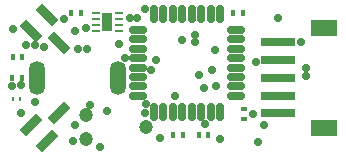
<source format=gts>
G04*
G04 #@! TF.GenerationSoftware,Altium Limited,Altium Designer,21.6.4 (81)*
G04*
G04 Layer_Color=8388736*
%FSLAX44Y44*%
%MOMM*%
G71*
G04*
G04 #@! TF.SameCoordinates,42E99185-249E-4A08-A5EB-3BBFC5BDC6E3*
G04*
G04*
G04 #@! TF.FilePolarity,Negative*
G04*
G01*
G75*
%ADD15R,2.2098X1.3970*%
%ADD16R,2.9972X0.7112*%
%ADD17R,0.4000X0.5000*%
G04:AMPARAMS|DCode=18|XSize=0.7532mm|YSize=2.0032mm|CornerRadius=0mm|HoleSize=0mm|Usage=FLASHONLY|Rotation=45.000|XOffset=0mm|YOffset=0mm|HoleType=Round|Shape=Rectangle|*
%AMROTATEDRECTD18*
4,1,4,0.4419,-0.9745,-0.9745,0.4419,-0.4419,0.9745,0.9745,-0.4419,0.4419,-0.9745,0.0*
%
%ADD18ROTATEDRECTD18*%

%ADD19O,1.5532X0.7532*%
%ADD20O,0.7532X1.5532*%
%ADD21R,0.2500X0.3000*%
G04:AMPARAMS|DCode=22|XSize=0.7532mm|YSize=2.0032mm|CornerRadius=0mm|HoleSize=0mm|Usage=FLASHONLY|Rotation=135.000|XOffset=0mm|YOffset=0mm|HoleType=Round|Shape=Rectangle|*
%AMROTATEDRECTD22*
4,1,4,0.9745,0.4419,-0.4419,-0.9745,-0.9745,-0.4419,0.4419,0.9745,0.9745,0.4419,0.0*
%
%ADD22ROTATEDRECTD22*%

%ADD23R,0.6350X0.2032*%
%ADD24R,0.8890X1.6002*%
%ADD25R,0.5000X0.4000*%
%ADD26C,1.1942*%
G04:AMPARAMS|DCode=27|XSize=1.3502mm|YSize=2.8702mm|CornerRadius=0.6751mm|HoleSize=0mm|Usage=FLASHONLY|Rotation=0.000|XOffset=0mm|YOffset=0mm|HoleType=Round|Shape=RoundedRectangle|*
%AMROUNDEDRECTD27*
21,1,1.3502,1.5200,0,0,0.0*
21,1,0.0000,2.8702,0,0,0.0*
1,1,1.3502,0.0000,-0.7600*
1,1,1.3502,0.0000,-0.7600*
1,1,1.3502,0.0000,0.7600*
1,1,1.3502,0.0000,0.7600*
%
%ADD27ROUNDEDRECTD27*%
%ADD28C,0.7112*%
D15*
X268890Y21000D02*
D03*
Y106000D02*
D03*
D16*
X229870Y33500D02*
D03*
Y48500D02*
D03*
Y63500D02*
D03*
Y78500D02*
D03*
Y93500D02*
D03*
D17*
X199580Y118110D02*
D03*
X191580D02*
D03*
X4700Y63500D02*
D03*
X12700D02*
D03*
X170560Y15240D02*
D03*
X162560D02*
D03*
X62420Y118110D02*
D03*
X54420D02*
D03*
X12890Y81280D02*
D03*
X4890D02*
D03*
X148780Y15240D02*
D03*
X140780D02*
D03*
D18*
X44045Y93115D02*
D03*
X20357Y103368D02*
D03*
X33792Y116803D02*
D03*
D19*
X110900Y104200D02*
D03*
Y96200D02*
D03*
Y88200D02*
D03*
Y80200D02*
D03*
Y72200D02*
D03*
Y64200D02*
D03*
Y56200D02*
D03*
Y48200D02*
D03*
X193900D02*
D03*
Y56200D02*
D03*
Y64200D02*
D03*
Y72200D02*
D03*
Y80200D02*
D03*
Y88200D02*
D03*
Y96200D02*
D03*
Y104200D02*
D03*
D20*
X124400Y34700D02*
D03*
X132400D02*
D03*
X140400D02*
D03*
X148400D02*
D03*
X156400D02*
D03*
X164400D02*
D03*
X172400D02*
D03*
X180400D02*
D03*
Y117700D02*
D03*
X172400D02*
D03*
X164400D02*
D03*
X156400D02*
D03*
X148400D02*
D03*
X140400D02*
D03*
X132400D02*
D03*
X124400D02*
D03*
D21*
X5430Y45720D02*
D03*
X11430D02*
D03*
D22*
X20357Y23632D02*
D03*
X33792Y10197D02*
D03*
X44045Y33885D02*
D03*
D23*
X94996Y102870D02*
D03*
Y107950D02*
D03*
Y113030D02*
D03*
Y118110D02*
D03*
X75184D02*
D03*
Y113030D02*
D03*
Y107950D02*
D03*
Y102870D02*
D03*
D24*
X85090Y110490D02*
D03*
D25*
X200660Y29020D02*
D03*
Y37020D02*
D03*
D26*
X118110Y21590D02*
D03*
X67310Y11430D02*
D03*
Y31750D02*
D03*
D27*
X25690Y63500D02*
D03*
X93690D02*
D03*
D28*
X57658Y102743D02*
D03*
X173736Y70279D02*
D03*
X159004Y100076D02*
D03*
X176276Y86868D02*
D03*
X208026Y33020D02*
D03*
X70104Y40640D02*
D03*
X23563Y91254D02*
D03*
X110490Y114554D02*
D03*
X249174Y93472D02*
D03*
X121666Y70358D02*
D03*
X84836Y35814D02*
D03*
X229870Y114554D02*
D03*
X78486Y5334D02*
D03*
X162306Y65786D02*
D03*
X126492Y78232D02*
D03*
X95123Y92456D02*
D03*
X117602Y41402D02*
D03*
X142748Y48200D02*
D03*
X253492Y72136D02*
D03*
X167234Y54508D02*
D03*
X253492Y64770D02*
D03*
X210820Y77216D02*
D03*
X68146Y88138D02*
D03*
X103886Y114300D02*
D03*
X60452Y88138D02*
D03*
X117094Y121666D02*
D03*
X117348Y33909D02*
D03*
X100076Y80518D02*
D03*
X16101Y90960D02*
D03*
X5080Y105156D02*
D03*
X48514Y113284D02*
D03*
X57912Y23876D02*
D03*
X4700Y56768D02*
D03*
X12206Y33885D02*
D03*
X31496Y89535D02*
D03*
X23622Y42672D02*
D03*
X56134Y10160D02*
D03*
X176911Y56201D02*
D03*
X212852Y9398D02*
D03*
X129540Y12700D02*
D03*
X180400Y11430D02*
D03*
X148209Y95123D02*
D03*
X12192Y57658D02*
D03*
X67056Y105918D02*
D03*
X217913Y23622D02*
D03*
X167386Y24384D02*
D03*
X159512Y93472D02*
D03*
M02*

</source>
